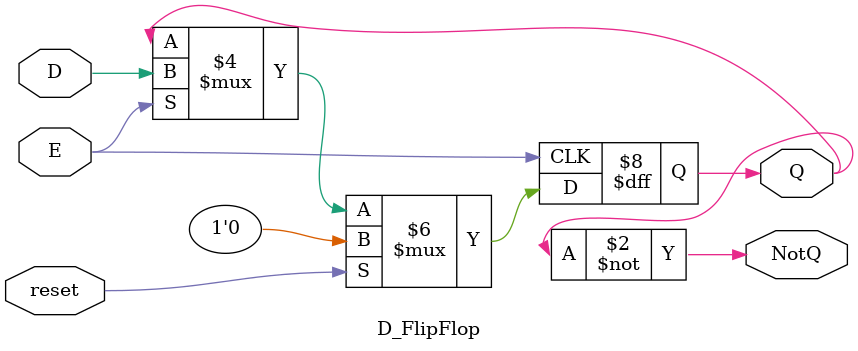
<source format=v>
module D_FlipFlop(
    input reset,
    input D,
    input E, 
    output reg Q,
    output NotQ
    );
    
    initial begin
        Q <= 0;
     end
     
     
     
    always @(posedge E) begin
        if(E)
            Q <= D;
        if(reset)
            Q <= 1'b0;
    end 
    
    assign NotQ = ~Q;
endmodule

</source>
